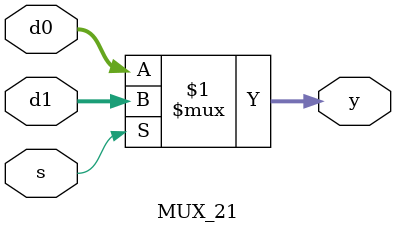
<source format=sv>
module MUX_21 #(parameter WIDTH = 32)
(
	input logic [WIDTH-1:0] d0, d1,
	input logic s,
	output logic [WIDTH-1:0] y
);

	assign y = s ? d1 : d0;
	
endmodule
</source>
